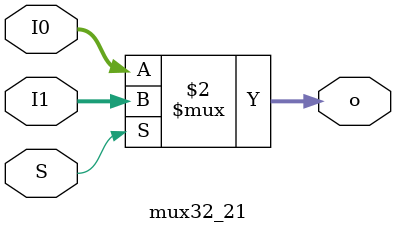
<source format=v>
`timescale 1ns / 1ps


module mux32_21(
input [31:0]I0,
input [31:0]I1,
input S,
output [31:0]o
    );
    
assign o = (S==1'b1)?I1:I0;

endmodule

</source>
